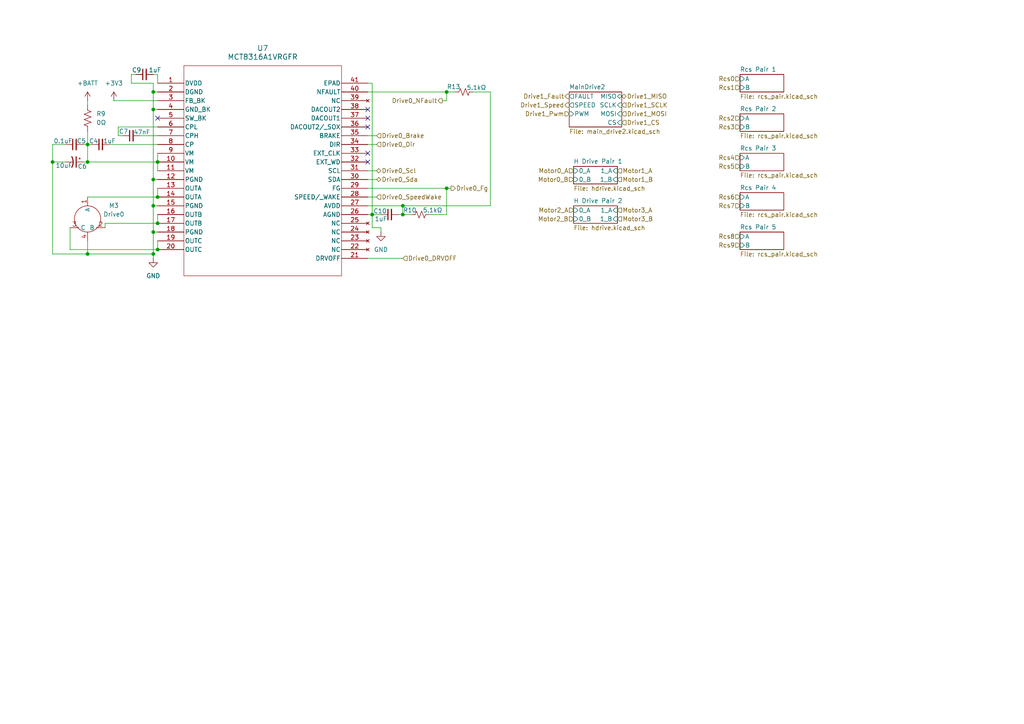
<source format=kicad_sch>
(kicad_sch (version 20250114) (generator "eeschema") (generator_version "9.0")
  (paper "A4")
  (lib_symbols
    (symbol "Device:C_Polarized_Small_US" (pin_numbers (hide yes)) (pin_names (offset 0.254) (hide yes))
      (property "Reference" "C" (at 0.254 1.778 0))
      (property "Value" "C_Polarized_Small_US" (at 0.254 -2.032 0))
      (symbol "C_Polarized_Small_US_0_1"
        (polyline (pts (xy -1.524 0.508) (xy 1.524 0.508)) (stroke (width 0.3048)))
        (polyline (pts (xy -1.27 1.524) (xy -0.762 1.524)))
        (polyline (pts (xy -1.016 1.27) (xy -1.016 1.778)))
        (arc (start -1.524 -0.762) (mid 0 -0.3734) (end 1.524 -0.762) (stroke (width 0.3048)))
      )
      (symbol "C_Polarized_Small_US_1_1"
        (pin passive line (at 0 2.54 270) (length 2.032) (name "~") (number "1"))
        (pin passive line (at 0 -2.54 90) (length 2.032) (name "~") (number "2"))
      )
    )
    (symbol "Device:C_Small" (pin_numbers (hide yes)) (pin_names (offset 0.254) (hide yes))
      (property "Reference" "C" (at 0.254 1.778 0))
      (property "Value" "C_Small" (at 0.254 -2.032 0))
      (symbol "C_Small_0_1"
        (polyline (pts (xy -1.524 0.508) (xy 1.524 0.508)) (stroke (width 0.3048)))
        (polyline (pts (xy -1.524 -0.508) (xy 1.524 -0.508)) (stroke (width 0.3302)))
      )
      (symbol "C_Small_1_1"
        (pin passive line (at 0 2.54 270) (length 2.032) (name "~") (number "1"))
        (pin passive line (at 0 -2.54 90) (length 2.032) (name "~") (number "2"))
      )
    )
    (symbol "Device:R_Small_US" (pin_numbers (hide yes)) (pin_names (offset 0.254) (hide yes))
      (property "Reference" "R" (at 0.762 0.508 0))
      (property "Value" "R_Small_US" (at 0.762 -1.016 0))
      (symbol "R_Small_US_1_1"
        (polyline (pts (xy 0 1.524) (xy 1.016 1.143) (xy 0 0.762) (xy -1.016 0.381) (xy 0 0)))
        (polyline (pts (xy 0 0) (xy 1.016 -0.381) (xy 0 -0.762) (xy -1.016 -1.143) (xy 0 -1.524)))
        (pin passive line (at 0 2.54 270) (length 1.016) (name "~") (number "1"))
        (pin passive line (at 0 -2.54 90) (length 1.016) (name "~") (number "2"))
      )
    )
    (symbol "Nautilus:MCT8316A1VRGFR" (pin_names (offset 0.254))
      (property "Reference" "U" (at 30.48 10.16 0))
      (property "Value" "MCT8316A1VRGFR" (at 30.48 7.62 0))
      (symbol "MCT8316A1VRGFR_0_1"
        (polyline (pts (xy 7.62 5.08) (xy 7.62 -55.88)) (stroke (width 0.127)))
        (polyline (pts (xy 7.62 -55.88) (xy 53.34 -55.88)) (stroke (width 0.127)))
        (polyline (pts (xy 53.34 5.08) (xy 7.62 5.08)) (stroke (width 0.127)))
        (polyline (pts (xy 53.34 -55.88) (xy 53.34 5.08)) (stroke (width 0.127)))
        (pin power_in line (at 0 -10.16 0) (length 7.62) (name "SW_BK") (number "5"))
        (pin output line (at 60.96 -2.54 180) (length 7.62) (name "NFAULT") (number "40"))
        (pin no_connect line (at 60.96 -5.08 180) (length 7.62) (name "NC") (number "39"))
        (pin output line (at 60.96 -7.62 180) (length 7.62) (name "DACOUT2") (number "38"))
        (pin output line (at 60.96 -10.16 180) (length 7.62) (name "DACOUT1") (number "37"))
        (pin output line (at 60.96 -12.7 180) (length 7.62) (name "DACOUT2/_SOX") (number "36"))
        (pin input line (at 60.96 -15.24 180) (length 7.62) (name "BRAKE") (number "35"))
        (pin input line (at 60.96 -17.78 180) (length 7.62) (name "DIR") (number "34"))
        (pin input line (at 60.96 -20.32 180) (length 7.62) (name "EXT_CLK") (number "33"))
        (pin input line (at 60.96 -22.86 180) (length 7.62) (name "EXT_WD") (number "32"))
        (pin input line (at 60.96 -25.4 180) (length 7.62) (name "SCL") (number "31"))
        (pin bidirectional line (at 60.96 -27.94 180) (length 7.62) (name "SDA") (number "30"))
        (pin output line (at 60.96 -30.48 180) (length 7.62) (name "FG") (number "29"))
        (pin input line (at 60.96 -33.02 180) (length 7.62) (name "SPEED/_WAKE") (number "28"))
        (pin no_connect line (at 60.96 -40.64 180) (length 7.62) (name "NC") (number "25"))
        (pin no_connect line (at 60.96 -43.18 180) (length 7.62) (name "NC") (number "24"))
        (pin no_connect line (at 60.96 -45.72 180) (length 7.62) (name "NC") (number "23"))
        (pin no_connect line (at 60.96 -48.26 180) (length 7.62) (name "NC") (number "22"))
        (pin input line (at 60.96 -50.8 180) (length 7.62) (name "DRVOFF") (number "21"))
      )
      (symbol "MCT8316A1VRGFR_1_1"
        (pin passive line (at 0 0 0) (length 7.62) (name "DVDD") (number "1"))
        (pin power_in line (at 0 -2.54 0) (length 7.62) (name "DGND") (number "2"))
        (pin power_in line (at 0 -5.08 0) (length 7.62) (name "FB_BK") (number "3"))
        (pin power_in line (at 0 -7.62 0) (length 7.62) (name "GND_BK") (number "4"))
        (pin passive line (at 0 -12.7 0) (length 7.62) (name "CPL") (number "6"))
        (pin passive line (at 0 -15.24 0) (length 7.62) (name "CPH") (number "7"))
        (pin passive line (at 0 -17.78 0) (length 7.62) (name "CP") (number "8"))
        (pin power_in line (at 0 -20.32 0) (length 7.62) (name "VM") (number "9"))
        (pin power_in line (at 0 -22.86 0) (length 7.62) (name "VM") (number "10"))
        (pin power_in line (at 0 -25.4 0) (length 7.62) (name "VM") (number "11"))
        (pin power_in line (at 0 -27.94 0) (length 7.62) (name "PGND") (number "12"))
        (pin bidirectional line (at 0 -30.48 0) (length 7.62) (name "OUTA") (number "13"))
        (pin bidirectional line (at 0 -33.02 0) (length 7.62) (name "OUTA") (number "14"))
        (pin power_in line (at 0 -35.56 0) (length 7.62) (name "PGND") (number "15"))
        (pin bidirectional line (at 0 -38.1 0) (length 7.62) (name "OUTB") (number "16"))
        (pin bidirectional line (at 0 -40.64 0) (length 7.62) (name "OUTB") (number "17"))
        (pin power_in line (at 0 -43.18 0) (length 7.62) (name "PGND") (number "18"))
        (pin bidirectional line (at 0 -45.72 0) (length 7.62) (name "OUTC") (number "19"))
        (pin bidirectional line (at 0 -48.26 0) (length 7.62) (name "OUTC") (number "20"))
        (pin power_in line (at 60.96 0 180) (length 7.62) (name "EPAD") (number "41"))
        (pin power_out line (at 60.96 -35.56 180) (length 7.62) (name "AVDD") (number "27"))
        (pin power_in line (at 60.96 -38.1 180) (length 7.62) (name "AGND") (number "26"))
      )
    )
    (symbol "Nautilus:Motor3Phase"
      (property "Reference" "M" (at 0 0 0))
      (symbol "Motor3Phase_0_1"
        (polyline (pts (xy -2.54 -2.54) (xy -2.54 -2.54)))
        (circle (center 0 0) (radius 3.81))
      )
      (symbol "Motor3Phase_1_1"
        (pin bidirectional line (at -5.08 -2.54 0) (length 2.54) (name "C") (number "3"))
        (pin bidirectional line (at 0 6.35 270) (length 2.54) (name "A") (number "1"))
        (pin passive line (at 0 -6.35 90) (length 2.54) (name "") (number "4"))
        (pin bidirectional line (at 5.08 -2.54 180) (length 2.54) (name "B") (number "2"))
      )
    )
    (symbol "Nautilus:R_US_Power" (pin_numbers (hide yes)) (pin_names (offset 0))
      (property "Reference" "R36" (at -2.54 -1.2701 0))
      (property "Value" "0Ω" (at -2.54 1.2699 0))
      (symbol "R_US_Power_0_1"
        (polyline (pts (xy 0 2.286) (xy 0 2.54)))
        (polyline (pts (xy 0 2.286) (xy 1.016 1.905) (xy 0 1.524) (xy -1.016 1.143) (xy 0 0.762)))
        (polyline (pts (xy 0 0.762) (xy 1.016 0.381) (xy 0 0) (xy -1.016 -0.381) (xy 0 -0.762)))
        (polyline (pts (xy 0 -0.762) (xy 1.016 -1.143) (xy 0 -1.524) (xy -1.016 -1.905) (xy 0 -2.286)))
        (polyline (pts (xy 0 -2.286) (xy 0 -2.54)))
      )
      (symbol "R_US_Power_1_1"
        (pin power_out line (at 0 3.81 270) (length 1.27) (name "~") (number "1"))
        (pin power_in line (at 0 -3.81 90) (length 1.27) (name "~") (number "2"))
      )
    )
    (symbol "power:+3V3" (power) (pin_numbers (hide yes)) (pin_names (offset 0) (hide yes))
      (property "Value" "+3V3" (at 0 3.556 0))
      (symbol "+3V3_0_1"
        (polyline (pts (xy -0.762 1.27) (xy 0 2.54)))
        (polyline (pts (xy 0 2.54) (xy 0.762 1.27)))
        (polyline (pts (xy 0 0) (xy 0 2.54)))
      )
      (symbol "+3V3_1_1"
        (pin power_in line (at 0 0 90) (length 0) (name "~") (number "1"))
      )
    )
    (symbol "power:+BATT" (power) (pin_numbers (hide yes)) (pin_names (offset 0) (hide yes))
      (property "Value" "+BATT" (at 0 3.556 0))
      (symbol "+BATT_0_1"
        (polyline (pts (xy -0.762 1.27) (xy 0 2.54)))
        (polyline (pts (xy 0 2.54) (xy 0.762 1.27)))
        (polyline (pts (xy 0 0) (xy 0 2.54)))
      )
      (symbol "+BATT_1_1"
        (pin power_in line (at 0 0 90) (length 0) (name "~") (number "1"))
      )
    )
    (symbol "power:GND" (power) (pin_numbers (hide yes)) (pin_names (offset 0) (hide yes))
      (property "Value" "GND" (at 0 -3.81 0))
      (symbol "GND_0_1"
        (polyline (pts (xy 0 0) (xy 0 -1.27) (xy 1.27 -1.27) (xy 0 -2.54) (xy -1.27 -1.27) (xy 0 -1.27)))
      )
      (symbol "GND_1_1"
        (pin power_in line (at 0 0 270) (length 0) (name "~") (number "1"))
      )
    )
  )
  (junction (at 44.45 26.67))
  (junction (at 25.4 46.99))
  (junction (at 44.45 59.69))
  (junction (at 129.54 26.67))
  (junction (at 44.45 52.07))
  (junction (at 15.24 46.99))
  (junction (at 45.72 57.15))
  (junction (at 45.72 46.99))
  (junction (at 45.72 64.77))
  (junction (at 44.45 73.66))
  (junction (at 25.4 41.91))
  (junction (at 116.84 62.23))
  (junction (at 44.45 67.31))
  (junction (at 25.4 73.66))
  (junction (at 44.45 31.75))
  (junction (at 45.72 72.39))
  (junction (at 129.54 54.61))
  (junction (at 116.84 59.69))
  (junction (at 107.95 62.23))
  (no_connect (at 106.68 36.83))
  (no_connect (at 106.68 31.75))
  (no_connect (at 106.68 46.99))
  (no_connect (at 45.72 34.29))
  (no_connect (at 106.68 44.45))
  (no_connect (at 106.68 34.29))
  (wire (pts (xy 109.22 41.91) (xy 106.68 41.91)))
  (wire (pts (xy 44.45 52.07) (xy 44.45 59.69)))
  (wire (pts (xy 44.45 31.75) (xy 44.45 52.07)))
  (wire (pts (xy 45.72 52.07) (xy 44.45 52.07)))
  (wire (pts (xy 116.84 62.23) (xy 116.84 59.69)))
  (wire (pts (xy 25.4 57.15) (xy 45.72 57.15)))
  (wire (pts (xy 25.4 41.91) (xy 25.4 46.99)))
  (wire (pts (xy 24.13 41.91) (xy 25.4 41.91)))
  (wire (pts (xy 45.72 69.85) (xy 45.72 72.39)))
  (wire (pts (xy 31.75 41.91) (xy 45.72 41.91)))
  (wire (pts (xy 45.72 46.99) (xy 45.72 49.53)))
  (wire (pts (xy 30.48 66.04) (xy 30.48 64.77)))
  (wire (pts (xy 107.95 62.23) (xy 107.95 24.13)))
  (wire (pts (xy 129.54 29.21) (xy 128.27 29.21)))
  (wire (pts (xy 15.24 41.91) (xy 19.05 41.91)))
  (wire (pts (xy 44.45 26.67) (xy 44.45 31.75)))
  (wire (pts (xy 15.24 46.99) (xy 19.05 46.99)))
  (wire (pts (xy 106.68 26.67) (xy 129.54 26.67)))
  (wire (pts (xy 33.02 29.21) (xy 45.72 29.21)))
  (wire (pts (xy 106.68 39.37) (xy 109.22 39.37)))
  (wire (pts (xy 45.72 54.61) (xy 45.72 57.15)))
  (wire (pts (xy 20.32 72.39) (xy 45.72 72.39)))
  (wire (pts (xy 30.48 64.77) (xy 45.72 64.77)))
  (wire (pts (xy 34.29 39.37) (xy 34.29 36.83)))
  (wire (pts (xy 44.45 67.31) (xy 45.72 67.31)))
  (wire (pts (xy 106.68 54.61) (xy 129.54 54.61)))
  (wire (pts (xy 142.24 26.67) (xy 137.16 26.67)))
  (wire (pts (xy 45.72 26.67) (xy 44.45 26.67)))
  (wire (pts (xy 109.22 49.53) (xy 106.68 49.53)))
  (wire (pts (xy 107.95 62.23) (xy 106.68 62.23)))
  (wire (pts (xy 20.32 66.04) (xy 20.32 72.39)))
  (wire (pts (xy 44.45 24.13) (xy 44.45 26.67)))
  (wire (pts (xy 25.4 30.48) (xy 25.4 29.21)))
  (wire (pts (xy 129.54 26.67) (xy 132.08 26.67)))
  (wire (pts (xy 142.24 59.69) (xy 142.24 26.67)))
  (wire (pts (xy 44.45 73.66) (xy 44.45 67.31)))
  (wire (pts (xy 25.4 38.1) (xy 25.4 41.91)))
  (wire (pts (xy 106.68 59.69) (xy 116.84 59.69)))
  (wire (pts (xy 44.45 74.93) (xy 44.45 73.66)))
  (wire (pts (xy 116.84 59.69) (xy 142.24 59.69)))
  (wire (pts (xy 115.57 62.23) (xy 116.84 62.23)))
  (wire (pts (xy 129.54 29.21) (xy 129.54 26.67)))
  (wire (pts (xy 25.4 41.91) (xy 26.67 41.91)))
  (wire (pts (xy 38.1 24.13) (xy 44.45 24.13)))
  (wire (pts (xy 129.54 54.61) (xy 130.81 54.61)))
  (wire (pts (xy 109.22 52.07) (xy 106.68 52.07)))
  (wire (pts (xy 107.95 62.23) (xy 107.95 66.04)))
  (wire (pts (xy 129.54 54.61) (xy 129.54 62.23)))
  (wire (pts (xy 44.45 21.59) (xy 45.72 21.59)))
  (wire (pts (xy 25.4 46.99) (xy 45.72 46.99)))
  (wire (pts (xy 40.64 39.37) (xy 45.72 39.37)))
  (wire (pts (xy 15.24 73.66) (xy 25.4 73.66)))
  (wire (pts (xy 44.45 59.69) (xy 44.45 67.31)))
  (wire (pts (xy 107.95 66.04) (xy 110.49 66.04)))
  (wire (pts (xy 39.37 21.59) (xy 38.1 21.59)))
  (wire (pts (xy 15.24 46.99) (xy 15.24 73.66)))
  (wire (pts (xy 109.22 57.15) (xy 106.68 57.15)))
  (wire (pts (xy 45.72 21.59) (xy 45.72 24.13)))
  (wire (pts (xy 110.49 66.04) (xy 110.49 67.31)))
  (wire (pts (xy 45.72 62.23) (xy 45.72 64.77)))
  (wire (pts (xy 107.95 24.13) (xy 106.68 24.13)))
  (wire (pts (xy 35.56 39.37) (xy 34.29 39.37)))
  (wire (pts (xy 24.13 46.99) (xy 25.4 46.99)))
  (wire (pts (xy 45.72 44.45) (xy 45.72 46.99)))
  (wire (pts (xy 45.72 59.69) (xy 44.45 59.69)))
  (wire (pts (xy 110.49 62.23) (xy 107.95 62.23)))
  (wire (pts (xy 116.84 62.23) (xy 119.38 62.23)))
  (wire (pts (xy 34.29 36.83) (xy 45.72 36.83)))
  (wire (pts (xy 25.4 73.66) (xy 44.45 73.66)))
  (wire (pts (xy 124.46 62.23) (xy 129.54 62.23)))
  (wire (pts (xy 45.72 31.75) (xy 44.45 31.75)))
  (wire (pts (xy 116.84 74.93) (xy 106.68 74.93)))
  (wire (pts (xy 15.24 41.91) (xy 15.24 46.99)))
  (wire (pts (xy 25.4 69.85) (xy 25.4 73.66)))
  (wire (pts (xy 38.1 21.59) (xy 38.1 24.13)))
  (hierarchical_label "Rcs7" (shape input) (at 214.63 59.69 180))
  (hierarchical_label "Motor1_B" (shape input) (at 179.07 52.07 0))
  (hierarchical_label "Rcs0" (shape input) (at 214.63 22.86 180))
  (hierarchical_label "Motor3_B" (shape input) (at 179.07 63.5 0))
  (hierarchical_label "Motor0_B" (shape input) (at 166.37 52.07 180))
  (hierarchical_label "Rcs5" (shape input) (at 214.63 48.26 180))
  (hierarchical_label "Drive0_Dir" (shape input) (at 109.22 41.91 0))
  (hierarchical_label "Drive1_CS" (shape input) (at 180.34 35.56 0))
  (hierarchical_label "Drive1_Pwm" (shape input) (at 165.1 33.02 180))
  (hierarchical_label "Rcs8" (shape input) (at 214.63 68.58 180))
  (hierarchical_label "Drive1_Fault" (shape output) (at 165.1 27.94 180))
  (hierarchical_label "Drive1_MOSI" (shape input) (at 180.34 33.02 0))
  (hierarchical_label "Rcs6" (shape input) (at 214.63 57.15 180))
  (hierarchical_label "Drive0_DRVOFF" (shape input) (at 116.84 74.93 0))
  (hierarchical_label "Motor2_B" (shape input) (at 166.37 63.5 180))
  (hierarchical_label "Motor1_A" (shape input) (at 179.07 49.53 0))
  (hierarchical_label "Motor3_A" (shape input) (at 179.07 60.96 0))
  (hierarchical_label "Rcs4" (shape input) (at 214.63 45.72 180))
  (hierarchical_label "Rcs9" (shape input) (at 214.63 71.12 180))
  (hierarchical_label "Drive0_SpeedWake" (shape input) (at 109.22 57.15 0))
  (hierarchical_label "Drive0_Scl" (shape bidirectional) (at 109.22 49.53 0))
  (hierarchical_label "Drive0_Sda" (shape bidirectional) (at 109.22 52.07 0))
  (hierarchical_label "Motor0_A" (shape input) (at 166.37 49.53 180))
  (hierarchical_label "Rcs3" (shape input) (at 214.63 36.83 180))
  (hierarchical_label "Drive1_Speed" (shape output) (at 165.1 30.48 180))
  (hierarchical_label "Drive1_SCLK" (shape input) (at 180.34 30.48 0))
  (hierarchical_label "Drive1_MISO" (shape tri_state) (at 180.34 27.94 0))
  (hierarchical_label "Drive0_Fg" (shape output) (at 130.81 54.61 0))
  (hierarchical_label "Drive0_Brake" (shape input) (at 109.22 39.37 0))
  (hierarchical_label "Rcs2" (shape input) (at 214.63 34.29 180))
  (hierarchical_label "Motor2_A" (shape input) (at 166.37 60.96 180))
  (hierarchical_label "Drive0_NFault" (shape output) (at 128.27 29.21 180))
  (hierarchical_label "Rcs1" (shape input) (at 214.63 25.4 180))
  (symbol (lib_id "Device:C_Small") (at 21.59 41.91 90) (unit 1)
    (property "Reference" "C5" (at 23.622 40.894 90))
    (property "Value" "0.1uF" (at 18.288 40.894 90))
    (property "Footprint" "Capacitor_SMD:C_0805_2012Metric" (effects (hide yes)))
    (property "Description" "Unpolarized capacitor, small symbol" (effects (hide yes)))
  )
  (symbol (lib_id "Nautilus:MCT8316A1VRGFR") (at 45.72 24.13 0) (unit 1)
    (property "Reference" "U7" (at 76.2 13.97 0) (effects (font (size 1.524 1.524))))
    (property "Value" "MCT8316A1VRGFR" (at 76.2 16.51 0) (effects (font (size 1.524 1.524))))
    (property "Footprint" "Nautilus:VQFN40_RGF_TEX" (effects (hide yes)))
    (property "Datasheet" "https://www.ti.com/lit/ds/symlink/mct8316a.pdf" (effects (hide yes)))
  )
  (symbol (lib_id "Device:C_Small") (at 41.91 21.59 90) (unit 1)
    (property "Reference" "C9" (at 39.624 20.32 90))
    (property "Value" "1uF" (at 44.958 20.32 90))
    (property "Footprint" "Capacitor_SMD:C_0805_2012Metric" (effects (hide yes)))
    (property "Description" "Unpolarized capacitor, small symbol" (effects (hide yes)))
  )
  (symbol (lib_id "power:GND") (at 44.45 74.93 0) (unit 1)
    (property "Reference" "#PWR05" (effects (hide yes)))
    (property "Value" "GND" (at 44.45 80.01 0))
    (property "Description" "Power symbol creates a global label with name \"GND\" , ground" (effects (hide yes)))
  )
  (symbol (lib_id "Device:C_Polarized_Small_US") (at 21.59 46.99 270) (unit 1)
    (property "Reference" "C6" (at 23.876 48.26 90))
    (property "Value" "10uF" (at 18.542 48.006 90))
    (property "Footprint" "Library:WCAP-ASLI_5X5.5_DXL_" (effects (hide yes)))
    (property "Description" "Polarized capacitor, small US symbol" (effects (hide yes)))
  )
  (symbol (lib_id "Nautilus:R_US_Power") (at 25.4 34.29 180) (unit 1)
    (property "Reference" "R9" (at 27.94 33.0199 0) (effects (justify right)))
    (property "Value" "0Ω" (at 27.94 35.5599 0) (effects (justify right)))
    (property "Footprint" "Resistor_SMD:R_0805_2012Metric" (effects (hide yes)))
    (property "Description" "Resistor, US symbol" (effects (hide yes)))
  )
  (symbol (lib_id "Device:R_Small_US") (at 134.62 26.67 90) (unit 1)
    (property "Reference" "R13" (at 131.572 25.146 90))
    (property "Value" "5.1kΩ" (at 138.176 25.4 90))
    (property "Footprint" "Resistor_SMD:R_0805_2012Metric" (effects (hide yes)))
    (property "Description" "Resistor, small US symbol" (effects (hide yes)))
  )
  (symbol (lib_id "Device:C_Small") (at 29.21 41.91 90) (unit 1)
    (property "Reference" "C4" (at 27.178 40.894 90))
    (property "Value" "1uF" (at 31.75 40.894 90))
    (property "Footprint" "Capacitor_SMD:C_0805_2012Metric" (effects (hide yes)))
    (property "Description" "Unpolarized capacitor, small symbol" (effects (hide yes)))
  )
  (symbol (lib_id "Device:C_Small") (at 113.03 62.23 90) (unit 1)
    (property "Reference" "C10" (at 110.236 61.214 90))
    (property "Value" "1uF" (at 110.49 63.5 90))
    (property "Footprint" "Capacitor_SMD:C_0805_2012Metric" (effects (hide yes)))
    (property "Description" "Unpolarized capacitor, small symbol" (effects (hide yes)))
  )
  (symbol (lib_id "Nautilus:Motor3Phase") (at 25.4 63.5 0) (unit 1)
    (property "Reference" "M3" (at 33.02 59.6198 0))
    (property "Value" "Drive0" (at 33.02 62.1598 0))
    (property "Footprint" "Connector_Molex:Molex_Mega-Fit_76829-0004_2x02_P5.70mm_Vertical" (effects (hide yes)))
  )
  (symbol (lib_id "power:+3V3") (at 33.02 29.21 0) (unit 1)
    (property "Reference" "#PWR036" (effects (hide yes)))
    (property "Value" "+3V3" (at 33.02 24.13 0))
    (property "Description" "Power symbol creates a global label with name \"+3V3\"" (effects (hide yes)))
  )
  (symbol (lib_id "Device:C_Small") (at 38.1 39.37 90) (unit 1)
    (property "Reference" "C7" (at 35.814 38.1 90))
    (property "Value" "47nF" (at 41.148 38.354 90))
    (property "Footprint" "Capacitor_SMD:C_0805_2012Metric" (effects (hide yes)))
    (property "Description" "Unpolarized capacitor, small symbol" (effects (hide yes)))
  )
  (symbol (lib_id "power:GND") (at 110.49 67.31 0) (unit 1)
    (property "Reference" "#PWR016" (effects (hide yes)))
    (property "Value" "GND" (at 110.49 72.39 0))
    (property "Description" "Power symbol creates a global label with name \"GND\" , ground" (effects (hide yes)))
  )
  (symbol (lib_id "power:+BATT") (at 25.4 29.21 0) (unit 1)
    (property "Reference" "#PWR028" (effects (hide yes)))
    (property "Value" "+BATT" (at 25.4 24.13 0))
    (property "Description" "Power symbol creates a global label with name \"+BATT\"" (effects (hide yes)))
  )
  (symbol (lib_id "Device:R_Small_US") (at 121.92 62.23 90) (unit 1)
    (property "Reference" "R10" (at 118.872 60.96 90))
    (property "Value" "5.1kΩ" (at 125.476 60.96 90))
    (property "Footprint" "Resistor_SMD:R_0805_2012Metric" (effects (hide yes)))
    (property "Description" "Resistor, small US symbol" (effects (hide yes)))
  )
  (sheet (at 214.63 21.59) (size 12.7 5.08) (stroke (width 0.1524))
    (property "Sheetname" "Rcs Pair 1" (at 214.63 20.8784 0) (effects (justify left bottom)))
    (property "Sheetfile" "rcs_pair.kicad_sch" (at 214.63 27.2546 0) (effects (justify left top)))
    (pin "A" input (at 214.63 22.86 180))
    (pin "B" input (at 214.63 25.4 180))
  )
  (sheet (at 214.63 55.88) (size 12.7 5.08) (stroke (width 0.1524))
    (property "Sheetname" "Rcs Pair 4" (at 214.63 55.1684 0) (effects (justify left bottom)))
    (property "Sheetfile" "rcs_pair.kicad_sch" (at 214.63 61.5446 0) (effects (justify left top)))
    (pin "A" input (at 214.63 57.15 180))
    (pin "B" input (at 214.63 59.69 180))
  )
  (sheet (at 214.63 67.31) (size 12.7 5.08) (stroke (width 0.1524))
    (property "Sheetname" "Rcs Pair 5" (at 214.63 66.5984 0) (effects (justify left bottom)))
    (property "Sheetfile" "rcs_pair.kicad_sch" (at 214.63 72.9746 0) (effects (justify left top)))
    (pin "A" input (at 214.63 68.58 180))
    (pin "B" input (at 214.63 71.12 180))
  )
  (sheet (at 165.1 26.67) (size 15.24 10.16) (stroke (width 0.1524))
    (property "Sheetname" "MainDrive2" (at 165.1 25.9584 0) (effects (justify left bottom)))
    (property "Sheetfile" "main_drive2.kicad_sch" (at 165.1 37.4146 0) (effects (justify left top)))
    (pin "MISO" tri_state (at 180.34 27.94 0))
    (pin "SCLK" input (at 180.34 30.48 0))
    (pin "MOSI" input (at 180.34 33.02 0))
    (pin "CS" input (at 180.34 35.56 0))
    (pin "FAULT" output (at 165.1 27.94 180))
    (pin "SPEED" output (at 165.1 30.48 180))
    (pin "PWM" input (at 165.1 33.02 180))
  )
  (sheet (at 166.37 59.69) (size 12.7 5.08) (stroke (width 0.1524))
    (property "Sheetname" "H Drive Pair 2" (at 166.37 58.9784 0) (effects (justify left bottom)))
    (property "Sheetfile" "hdrive.kicad_sch" (at 166.37 65.3546 0) (effects (justify left top)))
    (pin "0_A" input (at 166.37 60.96 180))
    (pin "0_B" input (at 166.37 63.5 180))
    (pin "1_A" input (at 179.07 60.96 0))
    (pin "1_B" input (at 179.07 63.5 0))
  )
  (sheet (at 214.63 33.02) (size 12.7 5.08) (stroke (width 0.1524))
    (property "Sheetname" "Rcs Pair 2" (at 214.63 32.3084 0) (effects (justify left bottom)))
    (property "Sheetfile" "rcs_pair.kicad_sch" (at 214.63 38.6846 0) (effects (justify left top)))
    (pin "A" input (at 214.63 34.29 180))
    (pin "B" input (at 214.63 36.83 180))
  )
  (sheet (at 166.37 48.26) (size 12.7 5.08) (stroke (width 0.1524))
    (property "Sheetname" "H Drive Pair 1" (at 166.37 47.5484 0) (effects (justify left bottom)))
    (property "Sheetfile" "hdrive.kicad_sch" (at 166.37 53.9246 0) (effects (justify left top)))
    (pin "0_A" input (at 166.37 49.53 180))
    (pin "0_B" input (at 166.37 52.07 180))
    (pin "1_A" input (at 179.07 49.53 0))
    (pin "1_B" input (at 179.07 52.07 0))
  )
  (sheet (at 214.63 44.45) (size 12.7 5.08) (stroke (width 0.1524))
    (property "Sheetname" "Rcs Pair 3" (at 214.63 43.7384 0) (effects (justify left bottom)))
    (property "Sheetfile" "rcs_pair.kicad_sch" (at 214.63 50.1146 0) (effects (justify left top)))
    (pin "A" input (at 214.63 45.72 180))
    (pin "B" input (at 214.63 48.26 180))
  )
)
</source>
